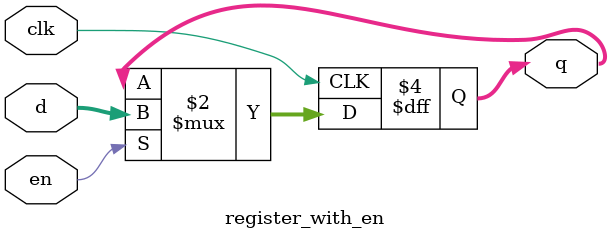
<source format=sv>
module register_with_en
#(
    parameter WIDTH = 32
)
(
    input                      clk,
    input                      en,
    input        [WIDTH - 1:0] d,
    output logic [WIDTH - 1:0] q
);

    always_ff @ (posedge clk)
        if (en)
            q <= d;

endmodule
</source>
